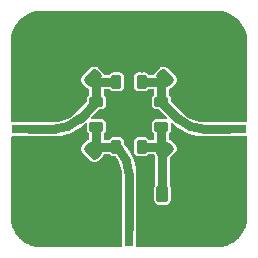
<source format=gbr>
%TF.GenerationSoftware,KiCad,Pcbnew,7.0.5+dfsg-2*%
%TF.CreationDate,2023-08-15T21:55:21+02:00*%
%TF.ProjectId,022-lumped-quadrature-coupler,3032322d-6c75-46d7-9065-642d71756164,1*%
%TF.SameCoordinates,Original*%
%TF.FileFunction,Copper,L1,Top*%
%TF.FilePolarity,Positive*%
%FSLAX46Y46*%
G04 Gerber Fmt 4.6, Leading zero omitted, Abs format (unit mm)*
G04 Created by KiCad (PCBNEW 7.0.5+dfsg-2) date 2023-08-15 21:55:21*
%MOMM*%
%LPD*%
G01*
G04 APERTURE LIST*
G04 Aperture macros list*
%AMRoundRect*
0 Rectangle with rounded corners*
0 $1 Rounding radius*
0 $2 $3 $4 $5 $6 $7 $8 $9 X,Y pos of 4 corners*
0 Add a 4 corners polygon primitive as box body*
4,1,4,$2,$3,$4,$5,$6,$7,$8,$9,$2,$3,0*
0 Add four circle primitives for the rounded corners*
1,1,$1+$1,$2,$3*
1,1,$1+$1,$4,$5*
1,1,$1+$1,$6,$7*
1,1,$1+$1,$8,$9*
0 Add four rect primitives between the rounded corners*
20,1,$1+$1,$2,$3,$4,$5,0*
20,1,$1+$1,$4,$5,$6,$7,0*
20,1,$1+$1,$6,$7,$8,$9,0*
20,1,$1+$1,$8,$9,$2,$3,0*%
G04 Aperture macros list end*
%TA.AperFunction,SMDPad,CuDef*%
%ADD10RoundRect,0.250000X0.262500X0.450000X-0.262500X0.450000X-0.262500X-0.450000X0.262500X-0.450000X0*%
%TD*%
%TA.AperFunction,SMDPad,CuDef*%
%ADD11RoundRect,0.218750X0.381250X-0.218750X0.381250X0.218750X-0.381250X0.218750X-0.381250X-0.218750X0*%
%TD*%
%TA.AperFunction,SMDPad,CuDef*%
%ADD12RoundRect,0.218750X-0.218750X-0.381250X0.218750X-0.381250X0.218750X0.381250X-0.218750X0.381250X0*%
%TD*%
%TA.AperFunction,SMDPad,CuDef*%
%ADD13RoundRect,0.250000X0.159099X-0.512652X0.512652X-0.159099X-0.159099X0.512652X-0.512652X0.159099X0*%
%TD*%
%TA.AperFunction,SMDPad,CuDef*%
%ADD14RoundRect,0.250000X-0.512652X-0.159099X-0.159099X-0.512652X0.512652X0.159099X0.159099X0.512652X0*%
%TD*%
%TA.AperFunction,SMDPad,CuDef*%
%ADD15R,0.800000X3.000000*%
%TD*%
%TA.AperFunction,ComponentPad*%
%ADD16C,0.800000*%
%TD*%
%TA.AperFunction,SMDPad,CuDef*%
%ADD17R,2.000000X3.000000*%
%TD*%
%TA.AperFunction,ComponentPad*%
%ADD18C,3.400000*%
%TD*%
%TA.AperFunction,SMDPad,CuDef*%
%ADD19R,3.000000X0.800000*%
%TD*%
%TA.AperFunction,SMDPad,CuDef*%
%ADD20R,3.000000X2.000000*%
%TD*%
%TA.AperFunction,ViaPad*%
%ADD21C,0.800000*%
%TD*%
%TA.AperFunction,Conductor*%
%ADD22C,0.800000*%
%TD*%
G04 APERTURE END LIST*
D10*
%TO.P,R1,1*%
%TO.N,GND*%
X152162500Y-83000000D03*
%TO.P,R1,2*%
%TO.N,Net-(C1-Pad1)*%
X150337500Y-83000000D03*
%TD*%
D11*
%TO.P,L4,1,1*%
%TO.N,Net-(C1-Pad1)*%
X150250000Y-77312500D03*
%TO.P,L4,2,2*%
%TO.N,Net-(J3-Pin_1)*%
X150250000Y-75187500D03*
%TD*%
%TO.P,L3,2,2*%
%TO.N,Net-(J1-Pin_1)*%
X144750000Y-75187500D03*
%TO.P,L3,1,1*%
%TO.N,Net-(J2-Pin_1)*%
X144750000Y-77312500D03*
%TD*%
D12*
%TO.P,L2,1,1*%
%TO.N,Net-(J1-Pin_1)*%
X146437500Y-73500000D03*
%TO.P,L2,2,2*%
%TO.N,Net-(J3-Pin_1)*%
X148562500Y-73500000D03*
%TD*%
%TO.P,L1,1,1*%
%TO.N,Net-(J2-Pin_1)*%
X146437500Y-79000000D03*
%TO.P,L1,2,2*%
%TO.N,Net-(C1-Pad1)*%
X148562500Y-79000000D03*
%TD*%
D13*
%TO.P,C4,1*%
%TO.N,GND*%
X143078249Y-80671751D03*
%TO.P,C4,2*%
%TO.N,Net-(J2-Pin_1)*%
X144421751Y-79328249D03*
%TD*%
D14*
%TO.P,C3,1*%
%TO.N,GND*%
X143078249Y-71828249D03*
%TO.P,C3,2*%
%TO.N,Net-(J1-Pin_1)*%
X144421751Y-73171751D03*
%TD*%
D13*
%TO.P,C2,1*%
%TO.N,Net-(J3-Pin_1)*%
X150578249Y-73171751D03*
%TO.P,C2,2*%
%TO.N,GND*%
X151921751Y-71828249D03*
%TD*%
D14*
%TO.P,C1,1*%
%TO.N,Net-(C1-Pad1)*%
X150578249Y-79328249D03*
%TO.P,C1,2*%
%TO.N,GND*%
X151921751Y-80671751D03*
%TD*%
D15*
%TO.P,J2,1,Pin_1*%
%TO.N,Net-(J2-Pin_1)*%
X147500000Y-86000000D03*
D16*
%TO.P,J2,2,Pin_2*%
%TO.N,GND*%
X149000000Y-86500000D03*
X146500000Y-86000000D03*
D17*
X149100000Y-86000000D03*
D16*
X148500000Y-85000000D03*
X148500000Y-86000000D03*
X146500000Y-85000000D03*
X146000000Y-86500000D03*
X149000000Y-85500000D03*
D17*
X145900000Y-86000000D03*
D16*
X146000000Y-85500000D03*
X148500000Y-87000000D03*
X146500000Y-87000000D03*
%TD*%
D18*
%TO.P,H3,1,1*%
%TO.N,GND*%
X140000000Y-70000000D03*
%TD*%
D19*
%TO.P,J3,1,Pin_1*%
%TO.N,Net-(J3-Pin_1)*%
X156000000Y-77500000D03*
D20*
%TO.P,J3,2,Pin_2*%
%TO.N,GND*%
X156000000Y-75900000D03*
D16*
X157000000Y-76500000D03*
X155500000Y-76000000D03*
X157000000Y-78500000D03*
X155000000Y-78500000D03*
X156500000Y-79000000D03*
X156000000Y-76500000D03*
X155000000Y-76500000D03*
X156000000Y-78500000D03*
X156500000Y-76000000D03*
X155500000Y-79000000D03*
D20*
X156000000Y-79100000D03*
%TD*%
D18*
%TO.P,H1,1,1*%
%TO.N,GND*%
X155000000Y-85000000D03*
%TD*%
%TO.P,H2,1,1*%
%TO.N,GND*%
X155000000Y-70000000D03*
%TD*%
D19*
%TO.P,J1,1,Pin_1*%
%TO.N,Net-(J1-Pin_1)*%
X139000000Y-77500000D03*
D16*
%TO.P,J1,2,Pin_2*%
%TO.N,GND*%
X139000000Y-76500000D03*
D20*
X139000000Y-75900000D03*
D16*
X139000000Y-78500000D03*
X138000000Y-76500000D03*
X139500000Y-76000000D03*
X139500000Y-79000000D03*
D20*
X139000000Y-79100000D03*
D16*
X140000000Y-76500000D03*
X138000000Y-78500000D03*
X140000000Y-78500000D03*
X138500000Y-79000000D03*
X138500000Y-76000000D03*
%TD*%
D18*
%TO.P,H4,1,1*%
%TO.N,GND*%
X140000000Y-85000000D03*
%TD*%
D21*
%TO.N,GND*%
X146000000Y-77700000D03*
X149000000Y-77800000D03*
X149000000Y-74700000D03*
X146000000Y-74700000D03*
X148600000Y-72300000D03*
X149700000Y-72100000D03*
X151400000Y-72400000D03*
X151600816Y-74936391D03*
X152700000Y-76000000D03*
X153800000Y-76400000D03*
X153800000Y-78600000D03*
X152453408Y-78464671D03*
X151500000Y-78000000D03*
X151500000Y-83000000D03*
X149300000Y-82200000D03*
X149300000Y-81000000D03*
X148500000Y-80400000D03*
X148500000Y-81600000D03*
X148500000Y-82800000D03*
X148500000Y-83900000D03*
X146500000Y-83900000D03*
X146500000Y-82800000D03*
X146400000Y-81200000D03*
X145700000Y-80100000D03*
X143600000Y-80100000D03*
X143300000Y-77900000D03*
X142200000Y-78400000D03*
X141200000Y-78500000D03*
X145400000Y-76300000D03*
X145400000Y-72100000D03*
X143600000Y-72400000D03*
X143400000Y-74100000D03*
X143500000Y-75000000D03*
X142200000Y-76200000D03*
X141200000Y-76500000D03*
X142500000Y-72500000D03*
X147500000Y-77500000D03*
X147500000Y-75000000D03*
X147500000Y-72500000D03*
X152500000Y-72500000D03*
X152500000Y-75000000D03*
X152500000Y-80000000D03*
X152500000Y-82500000D03*
X145000000Y-82500000D03*
X142500000Y-82500000D03*
X142500000Y-80000000D03*
X142500000Y-75000000D03*
X140000000Y-82500000D03*
X140000000Y-75000000D03*
X155000000Y-72500000D03*
X152500000Y-85000000D03*
X142500000Y-85000000D03*
X140000000Y-80000000D03*
X155000000Y-82500000D03*
X155000000Y-80000000D03*
X150000000Y-70000000D03*
X145000000Y-85000000D03*
X155000000Y-75000000D03*
X152500000Y-70000000D03*
X140000000Y-72500000D03*
X150000000Y-85000000D03*
%TD*%
D22*
%TO.N,Net-(J2-Pin_1)*%
X147499971Y-81305141D02*
G75*
G03*
X146621321Y-79183821I-2999971J41D01*
G01*
%TO.N,Net-(J3-Pin_1)*%
X151683801Y-76621341D02*
G75*
G03*
X153805141Y-77500000I2121299J2121341D01*
G01*
%TO.N,Net-(J1-Pin_1)*%
X141194859Y-77499971D02*
G75*
G03*
X143316179Y-76621321I41J2999971D01*
G01*
%TO.N,Net-(J2-Pin_1)*%
X146437500Y-79000000D02*
X146621321Y-79183821D01*
X147500000Y-81305141D02*
X147500000Y-86000000D01*
%TO.N,Net-(J3-Pin_1)*%
X150250000Y-75187500D02*
X151683821Y-76621321D01*
X153805141Y-77500000D02*
X156000000Y-77500000D01*
%TO.N,Net-(J1-Pin_1)*%
X144750000Y-75187500D02*
X143316179Y-76621321D01*
X141194859Y-77500000D02*
X139000000Y-77500000D01*
%TO.N,Net-(C1-Pad1)*%
X150337500Y-83000000D02*
X150337500Y-79568998D01*
X150337500Y-79568998D02*
X150578249Y-79328249D01*
%TO.N,Net-(J2-Pin_1)*%
X146437500Y-79000000D02*
X144750000Y-79000000D01*
X144750000Y-79000000D02*
X144421751Y-79328249D01*
X144750000Y-77312500D02*
X144750000Y-79000000D01*
%TO.N,Net-(C1-Pad1)*%
X148562500Y-79000000D02*
X150250000Y-79000000D01*
X150250000Y-79000000D02*
X150578249Y-79328249D01*
X150250000Y-77312500D02*
X150250000Y-79000000D01*
%TO.N,Net-(J3-Pin_1)*%
X150250000Y-75187500D02*
X150250000Y-73500000D01*
X150250000Y-73500000D02*
X150578249Y-73171751D01*
X148562500Y-73500000D02*
X150250000Y-73500000D01*
%TO.N,Net-(J1-Pin_1)*%
X144750000Y-75187500D02*
X144750000Y-73500000D01*
X144750000Y-73500000D02*
X144421751Y-73171751D01*
X146437500Y-73500000D02*
X144750000Y-73500000D01*
%TD*%
%TA.AperFunction,Conductor*%
%TO.N,GND*%
G36*
X143895445Y-76988032D02*
G01*
X143938710Y-77031297D01*
X143949500Y-77076242D01*
X143949500Y-77564248D01*
X143965049Y-77662419D01*
X143965050Y-77662423D01*
X143995749Y-77722672D01*
X144025342Y-77780751D01*
X144119249Y-77874658D01*
X144119251Y-77874659D01*
X144120503Y-77875911D01*
X144148281Y-77930428D01*
X144149500Y-77945915D01*
X144149500Y-78307864D01*
X144130593Y-78366055D01*
X144093456Y-78397059D01*
X144006008Y-78439173D01*
X144006007Y-78439173D01*
X143982479Y-78458666D01*
X143982467Y-78458677D01*
X143552179Y-78888965D01*
X143552168Y-78888977D01*
X143532676Y-78912504D01*
X143532674Y-78912507D01*
X143532674Y-78912508D01*
X143473751Y-79034863D01*
X143453510Y-79169150D01*
X143473751Y-79303437D01*
X143532674Y-79425792D01*
X143552175Y-79449330D01*
X144300670Y-80197825D01*
X144324208Y-80217326D01*
X144446563Y-80276249D01*
X144563259Y-80293838D01*
X144580849Y-80296490D01*
X144580850Y-80296490D01*
X144580851Y-80296490D01*
X144596403Y-80294145D01*
X144715137Y-80276249D01*
X144837492Y-80217326D01*
X144861030Y-80197825D01*
X145291327Y-79767528D01*
X145310828Y-79743990D01*
X145352939Y-79656544D01*
X145395223Y-79612321D01*
X145442135Y-79600500D01*
X145804084Y-79600500D01*
X145862275Y-79619407D01*
X145874088Y-79629496D01*
X145875340Y-79630748D01*
X145875342Y-79630751D01*
X145969249Y-79724658D01*
X146087580Y-79784951D01*
X146154130Y-79795491D01*
X146185751Y-79800500D01*
X146185754Y-79800500D01*
X146318770Y-79800500D01*
X146376961Y-79819407D01*
X146399510Y-79842212D01*
X146511579Y-80000163D01*
X146530091Y-80026253D01*
X146533046Y-80030957D01*
X146660514Y-80261598D01*
X146662925Y-80266603D01*
X146763766Y-80510064D01*
X146765600Y-80515307D01*
X146838548Y-80768527D01*
X146839784Y-80773943D01*
X146883921Y-81033732D01*
X146884543Y-81039252D01*
X146899421Y-81304257D01*
X146899499Y-81307033D01*
X146899499Y-81381029D01*
X146899500Y-81381046D01*
X146899500Y-87400500D01*
X146880593Y-87458691D01*
X146831093Y-87494655D01*
X146800500Y-87499500D01*
X140001490Y-87499500D01*
X139998524Y-87499410D01*
X139965819Y-87497432D01*
X139901162Y-87493520D01*
X139728105Y-87482178D01*
X139692881Y-87479870D01*
X139687205Y-87479166D01*
X139550823Y-87454173D01*
X139383706Y-87420931D01*
X139378633Y-87419640D01*
X139239438Y-87376265D01*
X139238254Y-87375879D01*
X139084401Y-87323654D01*
X139079995Y-87321919D01*
X138944298Y-87260847D01*
X138942745Y-87260115D01*
X138889851Y-87234030D01*
X138799673Y-87189559D01*
X138795957Y-87187524D01*
X138667380Y-87109797D01*
X138665487Y-87108593D01*
X138534028Y-87020755D01*
X138531001Y-87018562D01*
X138412155Y-86925454D01*
X138410064Y-86923721D01*
X138291628Y-86819855D01*
X138289263Y-86817640D01*
X138182358Y-86710735D01*
X138180143Y-86708370D01*
X138076272Y-86589928D01*
X138074544Y-86587843D01*
X137981436Y-86468997D01*
X137979243Y-86465970D01*
X137891405Y-86334511D01*
X137890201Y-86332618D01*
X137812474Y-86204041D01*
X137810439Y-86200325D01*
X137739860Y-86057206D01*
X137739174Y-86055750D01*
X137678073Y-85919989D01*
X137676353Y-85915621D01*
X137624115Y-85761733D01*
X137623752Y-85760621D01*
X137580354Y-85621349D01*
X137579067Y-85616292D01*
X137545834Y-85449219D01*
X137520828Y-85312765D01*
X137520131Y-85307148D01*
X137506493Y-85099080D01*
X137500589Y-85001476D01*
X137500500Y-84998510D01*
X137500500Y-78199500D01*
X137519407Y-78141309D01*
X137568907Y-78105345D01*
X137599500Y-78100500D01*
X141235431Y-78100500D01*
X141236297Y-78100471D01*
X141371731Y-78100473D01*
X141723790Y-78065803D01*
X142070754Y-77996792D01*
X142070755Y-77996791D01*
X142070758Y-77996791D01*
X142183597Y-77962562D01*
X142409284Y-77894105D01*
X142736119Y-77758730D01*
X143048110Y-77591972D01*
X143342254Y-77395436D01*
X143615717Y-77171015D01*
X143712961Y-77073773D01*
X143712964Y-77073771D01*
X143780498Y-77006236D01*
X143835013Y-76978461D01*
X143895445Y-76988032D01*
G37*
%TD.AperFunction*%
%TA.AperFunction,Conductor*%
G36*
X155001476Y-67500589D02*
G01*
X155099080Y-67506493D01*
X155307148Y-67520131D01*
X155312765Y-67520828D01*
X155449219Y-67545834D01*
X155616297Y-67579068D01*
X155621349Y-67580354D01*
X155760621Y-67623752D01*
X155761733Y-67624115D01*
X155915621Y-67676353D01*
X155919989Y-67678073D01*
X156055750Y-67739174D01*
X156057206Y-67739860D01*
X156200325Y-67810439D01*
X156204041Y-67812474D01*
X156332633Y-67890210D01*
X156334511Y-67891405D01*
X156465970Y-67979243D01*
X156468997Y-67981436D01*
X156587843Y-68074544D01*
X156589928Y-68076272D01*
X156708370Y-68180143D01*
X156710735Y-68182358D01*
X156817640Y-68289263D01*
X156819855Y-68291628D01*
X156923721Y-68410064D01*
X156925454Y-68412155D01*
X157018562Y-68531001D01*
X157020755Y-68534028D01*
X157108593Y-68665487D01*
X157109797Y-68667380D01*
X157187524Y-68795957D01*
X157189559Y-68799673D01*
X157234030Y-68889851D01*
X157260115Y-68942745D01*
X157260847Y-68944298D01*
X157321919Y-69079995D01*
X157323654Y-69084401D01*
X157375879Y-69238254D01*
X157376265Y-69239438D01*
X157419640Y-69378633D01*
X157420931Y-69383706D01*
X157454175Y-69550833D01*
X157479165Y-69687197D01*
X157479871Y-69692888D01*
X157493520Y-69901162D01*
X157497432Y-69965819D01*
X157499410Y-69998524D01*
X157499500Y-70001490D01*
X157499500Y-76800500D01*
X157480593Y-76858691D01*
X157431093Y-76894655D01*
X157400500Y-76899500D01*
X153881046Y-76899500D01*
X153881030Y-76899499D01*
X153806515Y-76899499D01*
X153803740Y-76899421D01*
X153579230Y-76886816D01*
X153539246Y-76884571D01*
X153533732Y-76883950D01*
X153273933Y-76839812D01*
X153268517Y-76838576D01*
X153015303Y-76765630D01*
X153010060Y-76763795D01*
X152766588Y-76662950D01*
X152761583Y-76660539D01*
X152530945Y-76533074D01*
X152526241Y-76530118D01*
X152311320Y-76377626D01*
X152306977Y-76374162D01*
X152277449Y-76347774D01*
X152109834Y-76197989D01*
X152107832Y-76196096D01*
X151079496Y-75167760D01*
X151051719Y-75113243D01*
X151050500Y-75097756D01*
X151050500Y-74935751D01*
X151045491Y-74904130D01*
X151034951Y-74837580D01*
X150974658Y-74719249D01*
X150880751Y-74625342D01*
X150880748Y-74625340D01*
X150879496Y-74624088D01*
X150851719Y-74569571D01*
X150850500Y-74554084D01*
X150850500Y-74192134D01*
X150869407Y-74133943D01*
X150906543Y-74102939D01*
X150993990Y-74060828D01*
X151017528Y-74041327D01*
X151447825Y-73611030D01*
X151467326Y-73587492D01*
X151526249Y-73465137D01*
X151546490Y-73330850D01*
X151526249Y-73196563D01*
X151467326Y-73074208D01*
X151447825Y-73050670D01*
X150699330Y-72302175D01*
X150699322Y-72302168D01*
X150675795Y-72282676D01*
X150675793Y-72282675D01*
X150675792Y-72282674D01*
X150553437Y-72223751D01*
X150486293Y-72213630D01*
X150419151Y-72203510D01*
X150419149Y-72203510D01*
X150284863Y-72223751D01*
X150162504Y-72282676D01*
X150138977Y-72302168D01*
X150138965Y-72302179D01*
X149708677Y-72732467D01*
X149708666Y-72732479D01*
X149689174Y-72756006D01*
X149647061Y-72843455D01*
X149604777Y-72887679D01*
X149557865Y-72899500D01*
X149195916Y-72899500D01*
X149137725Y-72880593D01*
X149125912Y-72870504D01*
X149124659Y-72869251D01*
X149124658Y-72869249D01*
X149030751Y-72775342D01*
X148992802Y-72756006D01*
X148912423Y-72715050D01*
X148912420Y-72715049D01*
X148887876Y-72711161D01*
X148814249Y-72699500D01*
X148814246Y-72699500D01*
X148310754Y-72699500D01*
X148310751Y-72699500D01*
X148212580Y-72715049D01*
X148212576Y-72715050D01*
X148094250Y-72775341D01*
X148000341Y-72869250D01*
X147940050Y-72987576D01*
X147940049Y-72987580D01*
X147924500Y-73085751D01*
X147924500Y-73914248D01*
X147940049Y-74012419D01*
X147940050Y-74012423D01*
X147954775Y-74041322D01*
X148000342Y-74130751D01*
X148094249Y-74224658D01*
X148212580Y-74284951D01*
X148279130Y-74295491D01*
X148310751Y-74300500D01*
X148310754Y-74300500D01*
X148814249Y-74300500D01*
X148842803Y-74295976D01*
X148912420Y-74284951D01*
X149030751Y-74224658D01*
X149124658Y-74130751D01*
X149124659Y-74130748D01*
X149125912Y-74129496D01*
X149180429Y-74101719D01*
X149195916Y-74100500D01*
X149550500Y-74100500D01*
X149608691Y-74119407D01*
X149644655Y-74168907D01*
X149649500Y-74199500D01*
X149649500Y-74554084D01*
X149630593Y-74612275D01*
X149620504Y-74624088D01*
X149619251Y-74625340D01*
X149619249Y-74625342D01*
X149525342Y-74719249D01*
X149525341Y-74719250D01*
X149465050Y-74837576D01*
X149465049Y-74837580D01*
X149449500Y-74935751D01*
X149449500Y-75439248D01*
X149465049Y-75537419D01*
X149465050Y-75537423D01*
X149523243Y-75651631D01*
X149525342Y-75655751D01*
X149619249Y-75749658D01*
X149737580Y-75809951D01*
X149804130Y-75820491D01*
X149835751Y-75825500D01*
X149835754Y-75825500D01*
X149997757Y-75825500D01*
X150055948Y-75844407D01*
X150067761Y-75854496D01*
X150718761Y-76505496D01*
X150746538Y-76560013D01*
X150736967Y-76620445D01*
X150693702Y-76663710D01*
X150648757Y-76674500D01*
X149835751Y-76674500D01*
X149737580Y-76690049D01*
X149737576Y-76690050D01*
X149619250Y-76750341D01*
X149525341Y-76844250D01*
X149465050Y-76962576D01*
X149465049Y-76962580D01*
X149449500Y-77060751D01*
X149449500Y-77564248D01*
X149465049Y-77662419D01*
X149465050Y-77662423D01*
X149495749Y-77722672D01*
X149525342Y-77780751D01*
X149619249Y-77874658D01*
X149619251Y-77874659D01*
X149620503Y-77875911D01*
X149648281Y-77930428D01*
X149649500Y-77945915D01*
X149649500Y-78300500D01*
X149630593Y-78358691D01*
X149581093Y-78394655D01*
X149550500Y-78399500D01*
X149195916Y-78399500D01*
X149137725Y-78380593D01*
X149125912Y-78370504D01*
X149124659Y-78369251D01*
X149124658Y-78369249D01*
X149030751Y-78275342D01*
X149026631Y-78273243D01*
X148912423Y-78215050D01*
X148912420Y-78215049D01*
X148887876Y-78211161D01*
X148814249Y-78199500D01*
X148814246Y-78199500D01*
X148310754Y-78199500D01*
X148310751Y-78199500D01*
X148212580Y-78215049D01*
X148212576Y-78215050D01*
X148094250Y-78275341D01*
X148000341Y-78369250D01*
X147940050Y-78487576D01*
X147940049Y-78487580D01*
X147924500Y-78585751D01*
X147924500Y-79414248D01*
X147940049Y-79512419D01*
X147940050Y-79512423D01*
X147984928Y-79600500D01*
X148000342Y-79630751D01*
X148094249Y-79724658D01*
X148212580Y-79784951D01*
X148279130Y-79795491D01*
X148310751Y-79800500D01*
X148310754Y-79800500D01*
X148814249Y-79800500D01*
X148843574Y-79795855D01*
X148912420Y-79784951D01*
X149030751Y-79724658D01*
X149124658Y-79630751D01*
X149124659Y-79630748D01*
X149125912Y-79629496D01*
X149180429Y-79601719D01*
X149195916Y-79600500D01*
X149557865Y-79600500D01*
X149616056Y-79619407D01*
X149647060Y-79656544D01*
X149689172Y-79743990D01*
X149689173Y-79743991D01*
X149689174Y-79743993D01*
X149708666Y-79767520D01*
X149710241Y-79769250D01*
X149709545Y-79769883D01*
X149735781Y-79821376D01*
X149737000Y-79836863D01*
X149737000Y-82216749D01*
X149718093Y-82274940D01*
X149717655Y-82275537D01*
X149672207Y-82337116D01*
X149627355Y-82465296D01*
X149627353Y-82465305D01*
X149624500Y-82495725D01*
X149624500Y-83504274D01*
X149627353Y-83534694D01*
X149627355Y-83534703D01*
X149672207Y-83662883D01*
X149752845Y-83772144D01*
X149752847Y-83772146D01*
X149752850Y-83772150D01*
X149752853Y-83772152D01*
X149752855Y-83772154D01*
X149862116Y-83852792D01*
X149862117Y-83852792D01*
X149862118Y-83852793D01*
X149990301Y-83897646D01*
X150020725Y-83900499D01*
X150020727Y-83900500D01*
X150020734Y-83900500D01*
X150654273Y-83900500D01*
X150654273Y-83900499D01*
X150684699Y-83897646D01*
X150812882Y-83852793D01*
X150922150Y-83772150D01*
X151002793Y-83662882D01*
X151047646Y-83534699D01*
X151050499Y-83504273D01*
X151050500Y-83504273D01*
X151050500Y-82495726D01*
X151050499Y-82495725D01*
X151047646Y-82465305D01*
X151047646Y-82465301D01*
X151002793Y-82337118D01*
X151002792Y-82337116D01*
X150957345Y-82275537D01*
X150938003Y-82217489D01*
X150938000Y-82216749D01*
X150938000Y-80000163D01*
X150956907Y-79941972D01*
X150966996Y-79930159D01*
X151172497Y-79724658D01*
X151447825Y-79449330D01*
X151467326Y-79425792D01*
X151526249Y-79303437D01*
X151546490Y-79169150D01*
X151526249Y-79034863D01*
X151467326Y-78912508D01*
X151447825Y-78888970D01*
X151017528Y-78458673D01*
X151017520Y-78458666D01*
X150993992Y-78439173D01*
X150906544Y-78397059D01*
X150862320Y-78354776D01*
X150850500Y-78307864D01*
X150850500Y-77945916D01*
X150869407Y-77887725D01*
X150879496Y-77875912D01*
X150880748Y-77874659D01*
X150880751Y-77874658D01*
X150974658Y-77780751D01*
X151034951Y-77662420D01*
X151050500Y-77564246D01*
X151050500Y-77076242D01*
X151069407Y-77018052D01*
X151118907Y-76982088D01*
X151180093Y-76982088D01*
X151219504Y-77006239D01*
X151229690Y-77016425D01*
X151229733Y-77016510D01*
X151289467Y-77076242D01*
X151384263Y-77171036D01*
X151657729Y-77395459D01*
X151951875Y-77591997D01*
X152263869Y-77758756D01*
X152590706Y-77894132D01*
X152590714Y-77894134D01*
X152590713Y-77894134D01*
X152929234Y-77996819D01*
X152929238Y-77996819D01*
X152929239Y-77996820D01*
X153276206Y-78065832D01*
X153628267Y-78100502D01*
X153805149Y-78100500D01*
X154480252Y-78100500D01*
X157400500Y-78100500D01*
X157458691Y-78119407D01*
X157494655Y-78168907D01*
X157499500Y-78199500D01*
X157499500Y-84998509D01*
X157499410Y-85001476D01*
X157497644Y-85030672D01*
X157493520Y-85098836D01*
X157479871Y-85307110D01*
X157479165Y-85312801D01*
X157454175Y-85449165D01*
X157420931Y-85616292D01*
X157419640Y-85621365D01*
X157376265Y-85760560D01*
X157375879Y-85761744D01*
X157323654Y-85915597D01*
X157321919Y-85920003D01*
X157260847Y-86055700D01*
X157260103Y-86057279D01*
X157189559Y-86200325D01*
X157187524Y-86204041D01*
X157109797Y-86332618D01*
X157108593Y-86334511D01*
X157020755Y-86465970D01*
X157018562Y-86468997D01*
X156925454Y-86587843D01*
X156923704Y-86589954D01*
X156819855Y-86708370D01*
X156817640Y-86710735D01*
X156710735Y-86817640D01*
X156708370Y-86819855D01*
X156589954Y-86923704D01*
X156587843Y-86925454D01*
X156468997Y-87018562D01*
X156465970Y-87020755D01*
X156334511Y-87108593D01*
X156332618Y-87109797D01*
X156204041Y-87187524D01*
X156200325Y-87189559D01*
X156057279Y-87260103D01*
X156055700Y-87260847D01*
X155920003Y-87321919D01*
X155915597Y-87323654D01*
X155761744Y-87375879D01*
X155760560Y-87376265D01*
X155621365Y-87419640D01*
X155616292Y-87420931D01*
X155449165Y-87454175D01*
X155395351Y-87464037D01*
X155312798Y-87479165D01*
X155307113Y-87479870D01*
X155284788Y-87481333D01*
X155098836Y-87493520D01*
X155032463Y-87497536D01*
X155001475Y-87499410D01*
X154998510Y-87499500D01*
X148199500Y-87499500D01*
X148141309Y-87480593D01*
X148105345Y-87431093D01*
X148100500Y-87400500D01*
X148100500Y-81264571D01*
X148100471Y-81263703D01*
X148100473Y-81128269D01*
X148065803Y-80776210D01*
X147996792Y-80429246D01*
X147996791Y-80429245D01*
X147996791Y-80429241D01*
X147894107Y-80090723D01*
X147894105Y-80090716D01*
X147758730Y-79763881D01*
X147591972Y-79451890D01*
X147395436Y-79157746D01*
X147171015Y-78884283D01*
X147171005Y-78884273D01*
X147104495Y-78817760D01*
X147076719Y-78763243D01*
X147075500Y-78747758D01*
X147075500Y-78585751D01*
X147070491Y-78554130D01*
X147059951Y-78487580D01*
X146999658Y-78369249D01*
X146905751Y-78275342D01*
X146901631Y-78273243D01*
X146787423Y-78215050D01*
X146787420Y-78215049D01*
X146762876Y-78211161D01*
X146689249Y-78199500D01*
X146689246Y-78199500D01*
X146185754Y-78199500D01*
X146185751Y-78199500D01*
X146087580Y-78215049D01*
X146087576Y-78215050D01*
X145969250Y-78275341D01*
X145969249Y-78275341D01*
X145969249Y-78275342D01*
X145875342Y-78369249D01*
X145875340Y-78369251D01*
X145874088Y-78370504D01*
X145819571Y-78398281D01*
X145804084Y-78399500D01*
X145449500Y-78399500D01*
X145391309Y-78380593D01*
X145355345Y-78331093D01*
X145350500Y-78300500D01*
X145350500Y-77945916D01*
X145369407Y-77887725D01*
X145379496Y-77875912D01*
X145380748Y-77874659D01*
X145380751Y-77874658D01*
X145474658Y-77780751D01*
X145534951Y-77662420D01*
X145550500Y-77564246D01*
X145550500Y-77060754D01*
X145548157Y-77045963D01*
X145543737Y-77018052D01*
X145534951Y-76962580D01*
X145474658Y-76844249D01*
X145380751Y-76750342D01*
X145376631Y-76748243D01*
X145262423Y-76690050D01*
X145262420Y-76690049D01*
X145237876Y-76686161D01*
X145164249Y-76674500D01*
X145164246Y-76674500D01*
X144351242Y-76674500D01*
X144293051Y-76655593D01*
X144257087Y-76606093D01*
X144257087Y-76544907D01*
X144281236Y-76505498D01*
X144932239Y-75854495D01*
X144986756Y-75826719D01*
X145002243Y-75825500D01*
X145164249Y-75825500D01*
X145192803Y-75820976D01*
X145262420Y-75809951D01*
X145380751Y-75749658D01*
X145474658Y-75655751D01*
X145534951Y-75537420D01*
X145550500Y-75439246D01*
X145550500Y-74935754D01*
X145534951Y-74837580D01*
X145474658Y-74719249D01*
X145380751Y-74625342D01*
X145380748Y-74625340D01*
X145379496Y-74624088D01*
X145351719Y-74569571D01*
X145350500Y-74554084D01*
X145350500Y-74199500D01*
X145369407Y-74141309D01*
X145418907Y-74105345D01*
X145449500Y-74100500D01*
X145804084Y-74100500D01*
X145862275Y-74119407D01*
X145874088Y-74129496D01*
X145875340Y-74130748D01*
X145875342Y-74130751D01*
X145969249Y-74224658D01*
X146087580Y-74284951D01*
X146154130Y-74295491D01*
X146185751Y-74300500D01*
X146185754Y-74300500D01*
X146689249Y-74300500D01*
X146717803Y-74295976D01*
X146787420Y-74284951D01*
X146905751Y-74224658D01*
X146999658Y-74130751D01*
X147059951Y-74012420D01*
X147075500Y-73914246D01*
X147075500Y-73085754D01*
X147073671Y-73074208D01*
X147069943Y-73050670D01*
X147059951Y-72987580D01*
X146999658Y-72869249D01*
X146905751Y-72775342D01*
X146867802Y-72756006D01*
X146787423Y-72715050D01*
X146787420Y-72715049D01*
X146762876Y-72711161D01*
X146689249Y-72699500D01*
X146689246Y-72699500D01*
X146185754Y-72699500D01*
X146185751Y-72699500D01*
X146087580Y-72715049D01*
X146087576Y-72715050D01*
X145969250Y-72775341D01*
X145969249Y-72775341D01*
X145969249Y-72775342D01*
X145875342Y-72869249D01*
X145875340Y-72869251D01*
X145874088Y-72870504D01*
X145819571Y-72898281D01*
X145804084Y-72899500D01*
X145442135Y-72899500D01*
X145383944Y-72880593D01*
X145352939Y-72843455D01*
X145310828Y-72756010D01*
X145291327Y-72732472D01*
X144861030Y-72302175D01*
X144861022Y-72302168D01*
X144837495Y-72282676D01*
X144837493Y-72282675D01*
X144837492Y-72282674D01*
X144715137Y-72223751D01*
X144647993Y-72213630D01*
X144580851Y-72203510D01*
X144580849Y-72203510D01*
X144446563Y-72223751D01*
X144324204Y-72282676D01*
X144300677Y-72302168D01*
X144300665Y-72302179D01*
X143552179Y-73050665D01*
X143552168Y-73050677D01*
X143532676Y-73074204D01*
X143532674Y-73074207D01*
X143532674Y-73074208D01*
X143473751Y-73196563D01*
X143453510Y-73330850D01*
X143473751Y-73465137D01*
X143532674Y-73587492D01*
X143532675Y-73587493D01*
X143532676Y-73587495D01*
X143552168Y-73611022D01*
X143552179Y-73611034D01*
X143982467Y-74041322D01*
X143982479Y-74041333D01*
X144006007Y-74060826D01*
X144006008Y-74060826D01*
X144006010Y-74060828D01*
X144093455Y-74102939D01*
X144137679Y-74145221D01*
X144149500Y-74192134D01*
X144149500Y-74554084D01*
X144130593Y-74612275D01*
X144120504Y-74624088D01*
X144119251Y-74625340D01*
X144119249Y-74625342D01*
X144025341Y-74719249D01*
X144025341Y-74719250D01*
X143965050Y-74837576D01*
X143965049Y-74837580D01*
X143949500Y-74935751D01*
X143949500Y-75097756D01*
X143930593Y-75155947D01*
X143920504Y-75167760D01*
X142892555Y-76195709D01*
X142890536Y-76197617D01*
X142692997Y-76374147D01*
X142688656Y-76377608D01*
X142581199Y-76453850D01*
X142473746Y-76530091D01*
X142469042Y-76533046D01*
X142238401Y-76660514D01*
X142233396Y-76662925D01*
X141989935Y-76763766D01*
X141984692Y-76765600D01*
X141731472Y-76838548D01*
X141726056Y-76839784D01*
X141466267Y-76883921D01*
X141460748Y-76884542D01*
X141437792Y-76885831D01*
X141195742Y-76899421D01*
X141192966Y-76899499D01*
X141118970Y-76899499D01*
X141118954Y-76899500D01*
X137599500Y-76899500D01*
X137541309Y-76880593D01*
X137505345Y-76831093D01*
X137500500Y-76800500D01*
X137500500Y-70001488D01*
X137500589Y-69998523D01*
X137506487Y-69901008D01*
X137520131Y-69692847D01*
X137520827Y-69687239D01*
X137545839Y-69550752D01*
X137579070Y-69383693D01*
X137580351Y-69378659D01*
X137623767Y-69239332D01*
X137624099Y-69238314D01*
X137676358Y-69084364D01*
X137678067Y-69080024D01*
X137739195Y-68944203D01*
X137739839Y-68942836D01*
X137810449Y-68799654D01*
X137812462Y-68795978D01*
X137890235Y-68667325D01*
X137891386Y-68665516D01*
X137979259Y-68534004D01*
X137981436Y-68531001D01*
X137993875Y-68515122D01*
X138074571Y-68412122D01*
X138076242Y-68410106D01*
X138180174Y-68291594D01*
X138182343Y-68289278D01*
X138289278Y-68182343D01*
X138291594Y-68180174D01*
X138410106Y-68076242D01*
X138412122Y-68074571D01*
X138531001Y-67981436D01*
X138534004Y-67979259D01*
X138665516Y-67891386D01*
X138667325Y-67890235D01*
X138795978Y-67812462D01*
X138799654Y-67810449D01*
X138942836Y-67739839D01*
X138944203Y-67739195D01*
X139080024Y-67678067D01*
X139084364Y-67676358D01*
X139238314Y-67624099D01*
X139239332Y-67623767D01*
X139378659Y-67580351D01*
X139383693Y-67579070D01*
X139550752Y-67545839D01*
X139687239Y-67520827D01*
X139692847Y-67520131D01*
X139901019Y-67506487D01*
X139998523Y-67500589D01*
X140001490Y-67500500D01*
X154998510Y-67500500D01*
X155001476Y-67500589D01*
G37*
%TD.AperFunction*%
%TD*%
M02*

</source>
